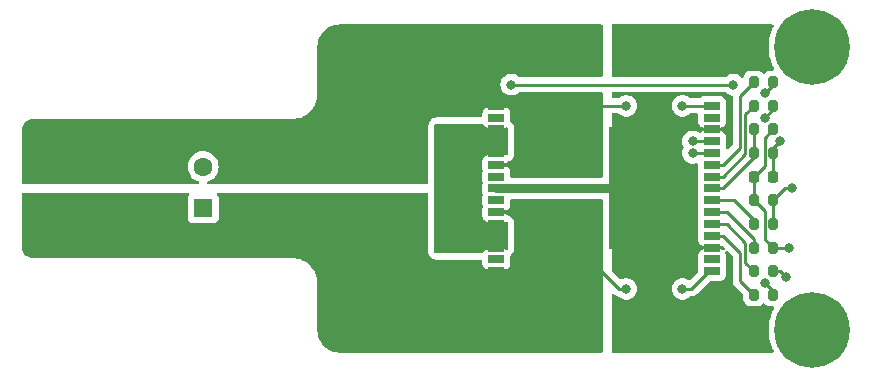
<source format=gtl>
G04 #@! TF.GenerationSoftware,KiCad,Pcbnew,7.0.9*
G04 #@! TF.CreationDate,2023-12-19T12:33:16+08:00*
G04 #@! TF.ProjectId,vnh5019,766e6835-3031-4392-9e6b-696361645f70,rev?*
G04 #@! TF.SameCoordinates,Original*
G04 #@! TF.FileFunction,Copper,L1,Top*
G04 #@! TF.FilePolarity,Positive*
%FSLAX46Y46*%
G04 Gerber Fmt 4.6, Leading zero omitted, Abs format (unit mm)*
G04 Created by KiCad (PCBNEW 7.0.9) date 2023-12-19 12:33:16*
%MOMM*%
%LPD*%
G01*
G04 APERTURE LIST*
G04 Aperture macros list*
%AMRoundRect*
0 Rectangle with rounded corners*
0 $1 Rounding radius*
0 $2 $3 $4 $5 $6 $7 $8 $9 X,Y pos of 4 corners*
0 Add a 4 corners polygon primitive as box body*
4,1,4,$2,$3,$4,$5,$6,$7,$8,$9,$2,$3,0*
0 Add four circle primitives for the rounded corners*
1,1,$1+$1,$2,$3*
1,1,$1+$1,$4,$5*
1,1,$1+$1,$6,$7*
1,1,$1+$1,$8,$9*
0 Add four rect primitives between the rounded corners*
20,1,$1+$1,$2,$3,$4,$5,0*
20,1,$1+$1,$4,$5,$6,$7,0*
20,1,$1+$1,$6,$7,$8,$9,0*
20,1,$1+$1,$8,$9,$2,$3,0*%
G04 Aperture macros list end*
G04 #@! TA.AperFunction,ComponentPad*
%ADD10C,6.400000*%
G04 #@! TD*
G04 #@! TA.AperFunction,SMDPad,CuDef*
%ADD11RoundRect,0.200000X-0.200000X-0.275000X0.200000X-0.275000X0.200000X0.275000X-0.200000X0.275000X0*%
G04 #@! TD*
G04 #@! TA.AperFunction,SMDPad,CuDef*
%ADD12RoundRect,0.200000X0.200000X0.275000X-0.200000X0.275000X-0.200000X-0.275000X0.200000X-0.275000X0*%
G04 #@! TD*
G04 #@! TA.AperFunction,ComponentPad*
%ADD13R,1.600000X1.600000*%
G04 #@! TD*
G04 #@! TA.AperFunction,ComponentPad*
%ADD14C,1.600000*%
G04 #@! TD*
G04 #@! TA.AperFunction,SMDPad,CuDef*
%ADD15R,1.350000X0.660000*%
G04 #@! TD*
G04 #@! TA.AperFunction,SMDPad,CuDef*
%ADD16R,5.250000X10.300000*%
G04 #@! TD*
G04 #@! TA.AperFunction,SMDPad,CuDef*
%ADD17R,5.250000X6.230000*%
G04 #@! TD*
G04 #@! TA.AperFunction,SMDPad,CuDef*
%ADD18RoundRect,0.225000X0.225000X0.250000X-0.225000X0.250000X-0.225000X-0.250000X0.225000X-0.250000X0*%
G04 #@! TD*
G04 #@! TA.AperFunction,ComponentPad*
%ADD19R,3.000000X3.000000*%
G04 #@! TD*
G04 #@! TA.AperFunction,ComponentPad*
%ADD20C,3.000000*%
G04 #@! TD*
G04 #@! TA.AperFunction,ViaPad*
%ADD21C,0.800000*%
G04 #@! TD*
G04 #@! TA.AperFunction,Conductor*
%ADD22C,0.750000*%
G04 #@! TD*
G04 #@! TA.AperFunction,Conductor*
%ADD23C,0.250000*%
G04 #@! TD*
G04 APERTURE END LIST*
D10*
X127000000Y-93000000D03*
D11*
X122050000Y-106000000D03*
X123700000Y-106000000D03*
D10*
X127000000Y-117000000D03*
D12*
X123700000Y-108000000D03*
X122050000Y-108000000D03*
X123700000Y-102000000D03*
X122050000Y-102000000D03*
X123700000Y-98000000D03*
X122050000Y-98000000D03*
D13*
X75418036Y-106652651D03*
D14*
X75418036Y-103152651D03*
D15*
X118500000Y-112000000D03*
X118500000Y-111000000D03*
X118500000Y-110000000D03*
X118500000Y-109000000D03*
X118500000Y-108000000D03*
X118500000Y-107000000D03*
X118500000Y-106000000D03*
X118500000Y-105000000D03*
X118500000Y-104000000D03*
X118500000Y-103000000D03*
X118500000Y-102000000D03*
X118500000Y-101000000D03*
X118500000Y-100000000D03*
X118500000Y-99000000D03*
X118500000Y-98000000D03*
X100250000Y-98000000D03*
X100250000Y-99000000D03*
X100250000Y-100000000D03*
X100250000Y-101000000D03*
X100250000Y-102000000D03*
X100250000Y-103000000D03*
X100250000Y-104000000D03*
X100250000Y-105000000D03*
X100250000Y-106000000D03*
X100250000Y-107000000D03*
X100250000Y-108000000D03*
X100250000Y-109000000D03*
X100250000Y-110000000D03*
X100250000Y-111000000D03*
X100250000Y-112000000D03*
D16*
X112425000Y-105000000D03*
D17*
X106325000Y-100835000D03*
X106325000Y-109165000D03*
D12*
X123700000Y-112000000D03*
X122050000Y-112000000D03*
D18*
X123650000Y-104000000D03*
X122100000Y-104000000D03*
D12*
X123700000Y-100000000D03*
X122050000Y-100000000D03*
X123700000Y-96000000D03*
X122050000Y-96000000D03*
X123700000Y-114000000D03*
X122050000Y-114000000D03*
X123700000Y-110000000D03*
X122050000Y-110000000D03*
D19*
X66918036Y-102500000D03*
D20*
X66918036Y-107500000D03*
D21*
X112500000Y-115250000D03*
X114500000Y-116250000D03*
X116500000Y-93750000D03*
X113500000Y-117250000D03*
X115500000Y-116250000D03*
X116500000Y-91750000D03*
X113500000Y-116250000D03*
X113500000Y-92750000D03*
X114500000Y-93750000D03*
X114500000Y-94750000D03*
X115500000Y-118250000D03*
X115500000Y-117250000D03*
X112500000Y-91750000D03*
X112500000Y-116250000D03*
X115500000Y-93750000D03*
X111500000Y-118250000D03*
X112500000Y-118250000D03*
X111500000Y-94750000D03*
X116500000Y-94750000D03*
X116500000Y-92750000D03*
X112500000Y-94750000D03*
X111500000Y-93750000D03*
X113500000Y-118250000D03*
X111500000Y-115250000D03*
X116500000Y-116250000D03*
X113500000Y-115250000D03*
X114500000Y-92750000D03*
X114500000Y-115250000D03*
X115500000Y-94750000D03*
X115500000Y-92750000D03*
X114500000Y-91750000D03*
X112500000Y-93750000D03*
X113500000Y-91750000D03*
X111500000Y-92750000D03*
X116500000Y-115250000D03*
X113500000Y-94750000D03*
X114500000Y-118250000D03*
X115500000Y-115250000D03*
X111500000Y-117250000D03*
X111500000Y-116250000D03*
X111500000Y-91750000D03*
X112500000Y-117250000D03*
X116500000Y-117250000D03*
X113500000Y-93750000D03*
X112500000Y-92750000D03*
X116500000Y-118250000D03*
X115500000Y-91750000D03*
X114500000Y-117250000D03*
X97500000Y-102000000D03*
X98500000Y-103000000D03*
X98500000Y-100000000D03*
X95500000Y-104000000D03*
X95500000Y-101000000D03*
X95500000Y-103000000D03*
X97500000Y-100000000D03*
X97500000Y-103000000D03*
X98500000Y-102000000D03*
X98500000Y-104000000D03*
X98500000Y-101000000D03*
X96500000Y-104000000D03*
X95500000Y-100000000D03*
X96500000Y-100000000D03*
X125000000Y-110000000D03*
X101500000Y-96200500D03*
X95500000Y-102000000D03*
X97500000Y-104000000D03*
X96500000Y-102000000D03*
X96500000Y-103000000D03*
X96500000Y-101000000D03*
X97500000Y-101000000D03*
X120299500Y-96200500D03*
X124250000Y-101000000D03*
X123000000Y-113000000D03*
X123000000Y-99000000D03*
X124750000Y-112500000D03*
X123000000Y-96925500D03*
X125250000Y-105000000D03*
X86000000Y-107000000D03*
X84000000Y-107000000D03*
X111250000Y-113500000D03*
X116000000Y-113500000D03*
X116875000Y-102000000D03*
X116875000Y-101000000D03*
X116000000Y-98000000D03*
X86000000Y-103000000D03*
X111250000Y-98000000D03*
D22*
X112425000Y-105000000D02*
X100250000Y-105000000D01*
D23*
X122975000Y-100725000D02*
X123700000Y-100000000D01*
X122100000Y-104000000D02*
X122975000Y-103125000D01*
X123700000Y-110000000D02*
X122975000Y-109275000D01*
X123700000Y-110000000D02*
X125000000Y-110000000D01*
X122975000Y-106925000D02*
X122050000Y-106000000D01*
X100250000Y-102000000D02*
X100250000Y-101000000D01*
X122975000Y-109275000D02*
X122975000Y-106925000D01*
X100500000Y-110000000D02*
X100500000Y-109000000D01*
X100500000Y-109000000D02*
X100500000Y-108000000D01*
X100250000Y-101000000D02*
X100250000Y-100000000D01*
X122100000Y-105950000D02*
X122050000Y-106000000D01*
X122100000Y-104000000D02*
X122100000Y-105950000D01*
X101500000Y-96200500D02*
X120299502Y-96200500D01*
X122975000Y-103125000D02*
X122975000Y-100725000D01*
X123650000Y-102050000D02*
X123700000Y-102000000D01*
X124250000Y-101000000D02*
X123700000Y-101550000D01*
X123700000Y-101550000D02*
X123700000Y-102000000D01*
X123650000Y-104000000D02*
X123650000Y-102050000D01*
X123700000Y-113700000D02*
X123700000Y-114000000D01*
X123000000Y-113000000D02*
X123700000Y-113700000D01*
X123700000Y-98000000D02*
X123700000Y-98300000D01*
X124250000Y-112000000D02*
X123700000Y-112000000D01*
X124750000Y-112500000D02*
X124250000Y-112000000D01*
X123700000Y-98300000D02*
X123000000Y-99000000D01*
X123000000Y-96925500D02*
X123700000Y-96225500D01*
X123700000Y-96225500D02*
X123700000Y-96000000D01*
X119425000Y-109000000D02*
X120875000Y-110450000D01*
X120875000Y-110450000D02*
X120875000Y-112825000D01*
X120875000Y-112825000D02*
X122050000Y-114000000D01*
X118500000Y-109000000D02*
X119425000Y-109000000D01*
X124700000Y-105000000D02*
X123700000Y-106000000D01*
X123700000Y-106000000D02*
X123700000Y-108000000D01*
X125250000Y-105000000D02*
X124700000Y-105000000D01*
X120875000Y-101550000D02*
X120875000Y-97175000D01*
X118500000Y-103000000D02*
X119425000Y-103000000D01*
X120875000Y-97175000D02*
X122050000Y-96000000D01*
X119425000Y-103000000D02*
X120875000Y-101550000D01*
X122050000Y-107675000D02*
X120375000Y-106000000D01*
X122050000Y-108000000D02*
X122050000Y-107675000D01*
X120375000Y-106000000D02*
X118500000Y-106000000D01*
X121325000Y-111275000D02*
X121325000Y-109586396D01*
X121325000Y-109586396D02*
X119738604Y-108000000D01*
X122050000Y-112000000D02*
X121325000Y-111275000D01*
X119738604Y-108000000D02*
X118500000Y-108000000D01*
X118500000Y-104000000D02*
X119425000Y-104000000D01*
X121325000Y-102100000D02*
X121325000Y-98725000D01*
X121325000Y-98725000D02*
X122050000Y-98000000D01*
X119425000Y-104000000D02*
X121325000Y-102100000D01*
X122050000Y-109311396D02*
X122050000Y-110000000D01*
X119738604Y-107000000D02*
X122050000Y-109311396D01*
X118500000Y-107000000D02*
X119738604Y-107000000D01*
X122050000Y-102000000D02*
X122050000Y-100000000D01*
X119425000Y-105000000D02*
X122050000Y-102375000D01*
X118500000Y-105000000D02*
X119425000Y-105000000D01*
X122050000Y-102375000D02*
X122050000Y-102000000D01*
X111250000Y-113500000D02*
X110660000Y-113500000D01*
X118250000Y-112000000D02*
X116750000Y-113500000D01*
X110660000Y-113500000D02*
X106325000Y-109165000D01*
X118500000Y-112000000D02*
X118250000Y-112000000D01*
X116750000Y-113500000D02*
X116000000Y-113500000D01*
X118500000Y-102000000D02*
X116875000Y-102000000D01*
X118500000Y-101000000D02*
X116875000Y-101000000D01*
X111250000Y-98000000D02*
X109160000Y-98000000D01*
X109160000Y-98000000D02*
X106325000Y-100835000D01*
X116000000Y-98000000D02*
X118500000Y-98000000D01*
G04 #@! TA.AperFunction,Conductor*
G36*
X109192121Y-91120502D02*
G01*
X109238614Y-91174158D01*
X109250000Y-91226500D01*
X109250000Y-95441000D01*
X109229998Y-95509121D01*
X109176342Y-95555614D01*
X109124000Y-95567000D01*
X102208200Y-95567000D01*
X102140079Y-95546998D01*
X102114563Y-95525310D01*
X102111252Y-95521633D01*
X101956752Y-95409382D01*
X101782288Y-95331706D01*
X101595487Y-95292000D01*
X101404513Y-95292000D01*
X101217711Y-95331706D01*
X101043247Y-95409382D01*
X100888744Y-95521635D01*
X100760965Y-95663548D01*
X100760958Y-95663558D01*
X100665476Y-95828938D01*
X100665473Y-95828945D01*
X100606457Y-96010572D01*
X100586496Y-96200500D01*
X100606457Y-96390427D01*
X100636526Y-96482970D01*
X100665473Y-96572056D01*
X100665476Y-96572061D01*
X100760958Y-96737441D01*
X100760965Y-96737451D01*
X100888744Y-96879364D01*
X100888747Y-96879366D01*
X101043248Y-96991618D01*
X101217712Y-97069294D01*
X101404513Y-97109000D01*
X101595487Y-97109000D01*
X101782288Y-97069294D01*
X101956752Y-96991618D01*
X102111253Y-96879366D01*
X102114563Y-96875690D01*
X102175009Y-96838450D01*
X102208200Y-96834000D01*
X109124000Y-96834000D01*
X109192121Y-96854002D01*
X109238614Y-96907658D01*
X109250000Y-96960000D01*
X109250000Y-103990500D01*
X109229998Y-104058621D01*
X109176342Y-104105114D01*
X109124000Y-104116500D01*
X101559500Y-104116500D01*
X101491379Y-104096498D01*
X101444886Y-104042842D01*
X101433500Y-103990500D01*
X101433500Y-103621367D01*
X101433499Y-103621350D01*
X101426990Y-103560803D01*
X101426988Y-103560795D01*
X101391230Y-103464926D01*
X101375889Y-103423796D01*
X101375888Y-103423794D01*
X101375887Y-103423792D01*
X101288261Y-103306738D01*
X101171207Y-103219112D01*
X101171202Y-103219110D01*
X101034204Y-103168011D01*
X101034196Y-103168009D01*
X100973649Y-103161500D01*
X100973638Y-103161500D01*
X99706000Y-103161500D01*
X99637879Y-103141498D01*
X99591386Y-103087842D01*
X99580000Y-103035500D01*
X99580000Y-102964500D01*
X99600002Y-102896379D01*
X99653658Y-102849886D01*
X99706000Y-102838500D01*
X100973632Y-102838500D01*
X100973638Y-102838500D01*
X100973645Y-102838499D01*
X100973649Y-102838499D01*
X101034196Y-102831990D01*
X101034199Y-102831989D01*
X101034201Y-102831989D01*
X101171204Y-102780889D01*
X101288261Y-102693261D01*
X101288260Y-102693261D01*
X101295476Y-102687860D01*
X101296448Y-102689159D01*
X101340002Y-102663314D01*
X101389657Y-102648735D01*
X101512612Y-102569717D01*
X101565011Y-102524313D01*
X101566101Y-102523418D01*
X101589944Y-102495901D01*
X101661982Y-102412764D01*
X101722698Y-102279815D01*
X101742700Y-102211694D01*
X101763500Y-102067025D01*
X101763500Y-99919220D01*
X101762028Y-99891752D01*
X101757677Y-99851292D01*
X101748883Y-99797027D01*
X101697803Y-99660086D01*
X101663777Y-99597775D01*
X101576194Y-99480779D01*
X101541258Y-99454626D01*
X101483991Y-99411756D01*
X101441444Y-99354920D01*
X101433500Y-99310888D01*
X101433500Y-98621367D01*
X101433499Y-98621350D01*
X101426990Y-98560803D01*
X101426988Y-98560795D01*
X101375889Y-98423797D01*
X101375887Y-98423792D01*
X101288261Y-98306738D01*
X101171207Y-98219112D01*
X101171202Y-98219110D01*
X101034204Y-98168011D01*
X101034196Y-98168009D01*
X100973649Y-98161500D01*
X100973638Y-98161500D01*
X99526362Y-98161500D01*
X99526350Y-98161500D01*
X99465803Y-98168009D01*
X99465795Y-98168011D01*
X99328797Y-98219110D01*
X99328792Y-98219112D01*
X99211738Y-98306738D01*
X99124112Y-98423792D01*
X99124110Y-98423797D01*
X99073011Y-98560795D01*
X99073009Y-98560803D01*
X99066500Y-98621350D01*
X99066500Y-98860500D01*
X99046498Y-98928621D01*
X98992842Y-98975114D01*
X98940500Y-98986500D01*
X95125990Y-98986500D01*
X95037267Y-98996039D01*
X95016851Y-98998234D01*
X95016848Y-98998234D01*
X95016844Y-98998235D01*
X95016840Y-98998235D01*
X94964519Y-99009617D01*
X94964498Y-99009623D01*
X94860345Y-99044288D01*
X94737385Y-99123310D01*
X94685019Y-99168685D01*
X94683904Y-99169599D01*
X94588019Y-99280258D01*
X94588017Y-99280261D01*
X94527301Y-99413210D01*
X94507302Y-99481322D01*
X94507300Y-99481329D01*
X94498980Y-99539198D01*
X94489685Y-99603852D01*
X94486500Y-99626003D01*
X94486500Y-104524000D01*
X94466498Y-104592121D01*
X94412842Y-104638614D01*
X94360500Y-104650000D01*
X75842573Y-104650000D01*
X75774452Y-104629998D01*
X75727959Y-104576342D01*
X75717855Y-104506068D01*
X75747349Y-104441488D01*
X75807075Y-104403104D01*
X75809950Y-104402296D01*
X75867279Y-104386935D01*
X76074785Y-104290174D01*
X76262336Y-104158849D01*
X76424234Y-103996951D01*
X76555559Y-103809400D01*
X76652320Y-103601894D01*
X76711579Y-103380738D01*
X76731534Y-103152651D01*
X76711579Y-102924564D01*
X76652320Y-102703408D01*
X76555559Y-102495902D01*
X76424234Y-102308351D01*
X76262336Y-102146453D01*
X76164065Y-102077643D01*
X76074785Y-102015128D01*
X75867282Y-101918368D01*
X75867276Y-101918366D01*
X75773807Y-101893321D01*
X75646123Y-101859108D01*
X75418036Y-101839153D01*
X75189949Y-101859108D01*
X74968795Y-101918366D01*
X74968789Y-101918368D01*
X74761286Y-102015128D01*
X74573739Y-102146450D01*
X74573733Y-102146455D01*
X74411840Y-102308348D01*
X74411835Y-102308354D01*
X74280513Y-102495901D01*
X74183753Y-102703404D01*
X74183751Y-102703410D01*
X74149298Y-102831990D01*
X74124493Y-102924564D01*
X74104538Y-103152651D01*
X74124493Y-103380738D01*
X74136031Y-103423797D01*
X74183751Y-103601891D01*
X74183753Y-103601897D01*
X74280513Y-103809400D01*
X74395337Y-103973386D01*
X74411838Y-103996951D01*
X74573736Y-104158849D01*
X74761287Y-104290174D01*
X74968793Y-104386935D01*
X75026110Y-104402293D01*
X75086733Y-104439245D01*
X75117754Y-104503106D01*
X75109326Y-104573600D01*
X75064123Y-104628347D01*
X74996497Y-104649964D01*
X74993499Y-104650000D01*
X60226500Y-104650000D01*
X60158379Y-104629998D01*
X60111886Y-104576342D01*
X60100500Y-104524000D01*
X60100500Y-100003094D01*
X60100804Y-99996915D01*
X60110850Y-99894915D01*
X60116567Y-99836863D01*
X60121383Y-99812648D01*
X60165371Y-99667639D01*
X60174813Y-99644843D01*
X60246248Y-99511199D01*
X60259960Y-99490678D01*
X60356090Y-99373542D01*
X60373542Y-99356090D01*
X60490678Y-99259960D01*
X60511199Y-99246248D01*
X60644843Y-99174813D01*
X60667639Y-99165371D01*
X60812648Y-99121383D01*
X60836863Y-99116567D01*
X60954484Y-99104982D01*
X60996915Y-99100804D01*
X61003094Y-99100500D01*
X83137667Y-99100500D01*
X83137674Y-99100500D01*
X83384391Y-99068019D01*
X83410659Y-99064561D01*
X83410659Y-99064560D01*
X83410666Y-99064560D01*
X83676632Y-98993295D01*
X83931021Y-98887923D01*
X84169479Y-98750249D01*
X84387928Y-98582628D01*
X84582628Y-98387928D01*
X84750249Y-98169479D01*
X84887923Y-97931021D01*
X84993295Y-97676632D01*
X85064560Y-97410666D01*
X85100500Y-97137674D01*
X85100500Y-97000000D01*
X85100500Y-96898024D01*
X85100500Y-93002059D01*
X85100635Y-92997938D01*
X85116479Y-92756193D01*
X85117553Y-92748027D01*
X85164419Y-92512417D01*
X85166548Y-92504472D01*
X85243766Y-92276994D01*
X85246912Y-92269399D01*
X85353168Y-92053934D01*
X85357270Y-92046829D01*
X85490736Y-91847083D01*
X85495748Y-91840553D01*
X85654134Y-91659948D01*
X85659948Y-91654134D01*
X85840553Y-91495747D01*
X85847083Y-91490736D01*
X86046829Y-91357270D01*
X86053934Y-91353168D01*
X86269399Y-91246912D01*
X86276994Y-91243766D01*
X86504472Y-91166548D01*
X86512417Y-91164419D01*
X86748027Y-91117553D01*
X86756186Y-91116479D01*
X86997942Y-91100634D01*
X87002059Y-91100500D01*
X87101976Y-91100500D01*
X109124000Y-91100500D01*
X109192121Y-91120502D01*
G37*
G04 #@! TD.AperFunction*
G04 #@! TA.AperFunction,Conductor*
G36*
X74175526Y-105370002D02*
G01*
X74222019Y-105423658D01*
X74232123Y-105493932D01*
X74208273Y-105551508D01*
X74195270Y-105568879D01*
X74167146Y-105606447D01*
X74167146Y-105606448D01*
X74116047Y-105743446D01*
X74116045Y-105743454D01*
X74109536Y-105804001D01*
X74109536Y-107501300D01*
X74116045Y-107561847D01*
X74116047Y-107561855D01*
X74167146Y-107698853D01*
X74167148Y-107698858D01*
X74254774Y-107815912D01*
X74371828Y-107903538D01*
X74371830Y-107903539D01*
X74371832Y-107903540D01*
X74430911Y-107925575D01*
X74508831Y-107954639D01*
X74508839Y-107954641D01*
X74569386Y-107961150D01*
X74569391Y-107961150D01*
X74569398Y-107961151D01*
X74569404Y-107961151D01*
X76266668Y-107961151D01*
X76266674Y-107961151D01*
X76266681Y-107961150D01*
X76266685Y-107961150D01*
X76327232Y-107954641D01*
X76327235Y-107954640D01*
X76327237Y-107954640D01*
X76464240Y-107903540D01*
X76581297Y-107815912D01*
X76668925Y-107698855D01*
X76720025Y-107561852D01*
X76726536Y-107501289D01*
X76726536Y-105804013D01*
X76726114Y-105800084D01*
X76720026Y-105743454D01*
X76720024Y-105743446D01*
X76688829Y-105659812D01*
X76668925Y-105606447D01*
X76627798Y-105551508D01*
X76602988Y-105484990D01*
X76618079Y-105415615D01*
X76668281Y-105365413D01*
X76728667Y-105350000D01*
X94360500Y-105350000D01*
X94428621Y-105370002D01*
X94475114Y-105423658D01*
X94486500Y-105476000D01*
X94486500Y-110374009D01*
X94498235Y-110483155D01*
X94498235Y-110483159D01*
X94509617Y-110535480D01*
X94509623Y-110535501D01*
X94544288Y-110639654D01*
X94544290Y-110639657D01*
X94623308Y-110762612D01*
X94623311Y-110762615D01*
X94623315Y-110762621D01*
X94668685Y-110814981D01*
X94669601Y-110816097D01*
X94780258Y-110911980D01*
X94780261Y-110911982D01*
X94913210Y-110972698D01*
X94981331Y-110992700D01*
X95126000Y-111013500D01*
X95126004Y-111013500D01*
X98940500Y-111013500D01*
X99008621Y-111033502D01*
X99055114Y-111087158D01*
X99066500Y-111139500D01*
X99066500Y-111378649D01*
X99073009Y-111439196D01*
X99073011Y-111439204D01*
X99124110Y-111576202D01*
X99124112Y-111576207D01*
X99211738Y-111693261D01*
X99328792Y-111780887D01*
X99328794Y-111780888D01*
X99328796Y-111780889D01*
X99380265Y-111800086D01*
X99465795Y-111831988D01*
X99465803Y-111831990D01*
X99526350Y-111838499D01*
X99526355Y-111838499D01*
X99526362Y-111838500D01*
X99526368Y-111838500D01*
X100973632Y-111838500D01*
X100973638Y-111838500D01*
X100973645Y-111838499D01*
X100973649Y-111838499D01*
X101034196Y-111831990D01*
X101034199Y-111831989D01*
X101034201Y-111831989D01*
X101171204Y-111780889D01*
X101217597Y-111746160D01*
X101288261Y-111693261D01*
X101375887Y-111576207D01*
X101375887Y-111576206D01*
X101375889Y-111576204D01*
X101426989Y-111439201D01*
X101429122Y-111419368D01*
X101433499Y-111378649D01*
X101433500Y-111378632D01*
X101433500Y-110689360D01*
X101453502Y-110621239D01*
X101491383Y-110583360D01*
X101512608Y-110569720D01*
X101512609Y-110569718D01*
X101512612Y-110569717D01*
X101565011Y-110524313D01*
X101566101Y-110523418D01*
X101661980Y-110412766D01*
X101661982Y-110412764D01*
X101722698Y-110279815D01*
X101742700Y-110211694D01*
X101763500Y-110067025D01*
X101763500Y-107919220D01*
X101762028Y-107891752D01*
X101757677Y-107851292D01*
X101748883Y-107797027D01*
X101697803Y-107660086D01*
X101663777Y-107597775D01*
X101576194Y-107480779D01*
X101576193Y-107480778D01*
X101459192Y-107393191D01*
X101396877Y-107359164D01*
X101332941Y-107335317D01*
X101295930Y-107311530D01*
X101295475Y-107312139D01*
X101171207Y-107219112D01*
X101171202Y-107219110D01*
X101034204Y-107168011D01*
X101034196Y-107168009D01*
X100973649Y-107161500D01*
X100973638Y-107161500D01*
X99706000Y-107161500D01*
X99637879Y-107141498D01*
X99591386Y-107087842D01*
X99580000Y-107035500D01*
X99580000Y-106964500D01*
X99600002Y-106896379D01*
X99653658Y-106849886D01*
X99706000Y-106838500D01*
X100973632Y-106838500D01*
X100973638Y-106838500D01*
X100973645Y-106838499D01*
X100973649Y-106838499D01*
X101034196Y-106831990D01*
X101034199Y-106831989D01*
X101034201Y-106831989D01*
X101171204Y-106780889D01*
X101288261Y-106693261D01*
X101375889Y-106576204D01*
X101426989Y-106439201D01*
X101429122Y-106419368D01*
X101433499Y-106378649D01*
X101433500Y-106378632D01*
X101433500Y-106009500D01*
X101453502Y-105941379D01*
X101507158Y-105894886D01*
X101559500Y-105883500D01*
X109124000Y-105883500D01*
X109192121Y-105903502D01*
X109238614Y-105957158D01*
X109250000Y-106009500D01*
X109250000Y-118773500D01*
X109229998Y-118841621D01*
X109176342Y-118888114D01*
X109124000Y-118899500D01*
X87002059Y-118899500D01*
X86997942Y-118899365D01*
X86942286Y-118895717D01*
X86756192Y-118883520D01*
X86748013Y-118882444D01*
X86512423Y-118835581D01*
X86504458Y-118833447D01*
X86277007Y-118756237D01*
X86269386Y-118753081D01*
X86053946Y-118646837D01*
X86046818Y-118642722D01*
X85847093Y-118509270D01*
X85840553Y-118504251D01*
X85659958Y-118345874D01*
X85654125Y-118340041D01*
X85620148Y-118301298D01*
X85608444Y-118287952D01*
X85495748Y-118159446D01*
X85490731Y-118152909D01*
X85357274Y-117953176D01*
X85353164Y-117946058D01*
X85246914Y-117730605D01*
X85243764Y-117723000D01*
X85166549Y-117495531D01*
X85164418Y-117487576D01*
X85117553Y-117251974D01*
X85116479Y-117243806D01*
X85100635Y-117002061D01*
X85100500Y-116997940D01*
X85100500Y-112862333D01*
X85100500Y-112862326D01*
X85064560Y-112589334D01*
X84993295Y-112323368D01*
X84887923Y-112068979D01*
X84887922Y-112068977D01*
X84887916Y-112068966D01*
X84750251Y-111830524D01*
X84726895Y-111800086D01*
X84582628Y-111612072D01*
X84582627Y-111612071D01*
X84582618Y-111612061D01*
X84387938Y-111417381D01*
X84387928Y-111417372D01*
X84169475Y-111249748D01*
X83931033Y-111112083D01*
X83931022Y-111112077D01*
X83693036Y-111013500D01*
X83676632Y-111006705D01*
X83410666Y-110935440D01*
X83410659Y-110935438D01*
X83137676Y-110899500D01*
X83137674Y-110899500D01*
X83105085Y-110899500D01*
X61003094Y-110899500D01*
X60996915Y-110899196D01*
X60836867Y-110883432D01*
X60812643Y-110878614D01*
X60667650Y-110834632D01*
X60644835Y-110825182D01*
X60511207Y-110753755D01*
X60490673Y-110740035D01*
X60456531Y-110712015D01*
X60373548Y-110643914D01*
X60356083Y-110626449D01*
X60351908Y-110621362D01*
X60259963Y-110509325D01*
X60246245Y-110488795D01*
X60174815Y-110355159D01*
X60165370Y-110332356D01*
X60121384Y-110187353D01*
X60116567Y-110163131D01*
X60100804Y-110003084D01*
X60100500Y-109996905D01*
X60100500Y-105476000D01*
X60120502Y-105407879D01*
X60174158Y-105361386D01*
X60226500Y-105350000D01*
X74107405Y-105350000D01*
X74175526Y-105370002D01*
G37*
G04 #@! TD.AperFunction*
G04 #@! TA.AperFunction,Conductor*
G36*
X99124110Y-107576202D02*
G01*
X99124112Y-107576207D01*
X99211738Y-107693261D01*
X99328792Y-107780887D01*
X99328794Y-107780888D01*
X99328796Y-107780889D01*
X99387875Y-107802924D01*
X99465795Y-107831988D01*
X99465803Y-107831990D01*
X99526350Y-107838499D01*
X99526355Y-107838499D01*
X99526362Y-107838500D01*
X99526368Y-107838500D01*
X100973632Y-107838500D01*
X100973638Y-107838500D01*
X100973645Y-107838499D01*
X100973649Y-107838499D01*
X101034196Y-107831990D01*
X101034201Y-107831989D01*
X101034204Y-107831988D01*
X101079967Y-107814918D01*
X101150782Y-107809853D01*
X101213094Y-107843878D01*
X101247120Y-107906189D01*
X101250000Y-107932974D01*
X101250000Y-110067025D01*
X101229998Y-110135146D01*
X101176342Y-110181639D01*
X101106068Y-110191743D01*
X101079968Y-110185081D01*
X101034200Y-110168010D01*
X101034196Y-110168009D01*
X100973649Y-110161500D01*
X100973638Y-110161500D01*
X99526362Y-110161500D01*
X99526350Y-110161500D01*
X99465803Y-110168009D01*
X99465795Y-110168011D01*
X99328797Y-110219110D01*
X99328792Y-110219112D01*
X99211738Y-110306738D01*
X99124112Y-110423792D01*
X99119795Y-110431701D01*
X99117123Y-110430242D01*
X99083700Y-110474878D01*
X99017177Y-110499680D01*
X99008205Y-110500000D01*
X95126000Y-110500000D01*
X95057879Y-110479998D01*
X95011386Y-110426342D01*
X95000000Y-110374000D01*
X95000000Y-107500000D01*
X99095687Y-107500000D01*
X99124110Y-107576202D01*
G37*
G04 #@! TD.AperFunction*
G04 #@! TA.AperFunction,Conductor*
G36*
X119659421Y-96854002D02*
G01*
X119684937Y-96875690D01*
X119688247Y-96879366D01*
X119842748Y-96991618D01*
X120017212Y-97069294D01*
X120141697Y-97095754D01*
X120204170Y-97129482D01*
X120238492Y-97191632D01*
X120241500Y-97219001D01*
X120241500Y-101235405D01*
X120221498Y-101303526D01*
X120204599Y-101324495D01*
X120029095Y-101500000D01*
X119891489Y-101637606D01*
X119829177Y-101671631D01*
X119758361Y-101666566D01*
X119701526Y-101624019D01*
X119679598Y-101568284D01*
X119678803Y-101568472D01*
X119677495Y-101562941D01*
X119677115Y-101561973D01*
X119676989Y-101560799D01*
X119670736Y-101544037D01*
X119665668Y-101473224D01*
X119670735Y-101455967D01*
X119676989Y-101439201D01*
X119683500Y-101378638D01*
X119683500Y-100621362D01*
X119683499Y-100621350D01*
X119676990Y-100560803D01*
X119676988Y-100560795D01*
X119625889Y-100423797D01*
X119625887Y-100423792D01*
X119538261Y-100306738D01*
X119421207Y-100219112D01*
X119421202Y-100219110D01*
X119284204Y-100168011D01*
X119284196Y-100168009D01*
X119223649Y-100161500D01*
X119223638Y-100161500D01*
X117776362Y-100161500D01*
X117776350Y-100161500D01*
X117715803Y-100168009D01*
X117715795Y-100168011D01*
X117578797Y-100219110D01*
X117538443Y-100249318D01*
X117471922Y-100274127D01*
X117402548Y-100259034D01*
X117388875Y-100250384D01*
X117331756Y-100208884D01*
X117233498Y-100165137D01*
X117157288Y-100131206D01*
X116970487Y-100091500D01*
X116779513Y-100091500D01*
X116592711Y-100131206D01*
X116418247Y-100208882D01*
X116263744Y-100321135D01*
X116135965Y-100463048D01*
X116135958Y-100463058D01*
X116040476Y-100628438D01*
X116040473Y-100628445D01*
X115981457Y-100810072D01*
X115961496Y-101000000D01*
X115981457Y-101189927D01*
X115996234Y-101235405D01*
X116040473Y-101371556D01*
X116040474Y-101371559D01*
X116078257Y-101437001D01*
X116094994Y-101505997D01*
X116078257Y-101562999D01*
X116040474Y-101628440D01*
X116040473Y-101628445D01*
X115981457Y-101810072D01*
X115961496Y-102000000D01*
X115981457Y-102189927D01*
X116011526Y-102282470D01*
X116040473Y-102371556D01*
X116040476Y-102371561D01*
X116135958Y-102536941D01*
X116135965Y-102536951D01*
X116263744Y-102678864D01*
X116263747Y-102678866D01*
X116418248Y-102791118D01*
X116592712Y-102868794D01*
X116779513Y-102908500D01*
X116970487Y-102908500D01*
X117132758Y-102874008D01*
X117157288Y-102868794D01*
X117157288Y-102868793D01*
X117163747Y-102867421D01*
X117164359Y-102870301D01*
X117222463Y-102868609D01*
X117283282Y-102905237D01*
X117314643Y-102968932D01*
X117316500Y-102990487D01*
X117316500Y-103378649D01*
X117323009Y-103439195D01*
X117323011Y-103439200D01*
X117329266Y-103455973D01*
X117334327Y-103526789D01*
X117329266Y-103544027D01*
X117323011Y-103560799D01*
X117323009Y-103560804D01*
X117316500Y-103621350D01*
X117316500Y-104378649D01*
X117323009Y-104439195D01*
X117323011Y-104439200D01*
X117329266Y-104455973D01*
X117334327Y-104526789D01*
X117329266Y-104544027D01*
X117323011Y-104560799D01*
X117323009Y-104560804D01*
X117316500Y-104621350D01*
X117316500Y-105378649D01*
X117323009Y-105439195D01*
X117323011Y-105439200D01*
X117329266Y-105455973D01*
X117334327Y-105526789D01*
X117329266Y-105544027D01*
X117323011Y-105560799D01*
X117323009Y-105560804D01*
X117316500Y-105621350D01*
X117316500Y-106378649D01*
X117323009Y-106439195D01*
X117323011Y-106439200D01*
X117329266Y-106455973D01*
X117334327Y-106526789D01*
X117329266Y-106544027D01*
X117323011Y-106560799D01*
X117323009Y-106560804D01*
X117316500Y-106621350D01*
X117316500Y-107378649D01*
X117323009Y-107439195D01*
X117323011Y-107439200D01*
X117329266Y-107455973D01*
X117334327Y-107526789D01*
X117329266Y-107544027D01*
X117323011Y-107560799D01*
X117323009Y-107560804D01*
X117316500Y-107621350D01*
X117316500Y-108378649D01*
X117323009Y-108439195D01*
X117323011Y-108439200D01*
X117329266Y-108455973D01*
X117334327Y-108526789D01*
X117329266Y-108544027D01*
X117323011Y-108560799D01*
X117323009Y-108560804D01*
X117316500Y-108621350D01*
X117316500Y-109378649D01*
X117323009Y-109439196D01*
X117323011Y-109439204D01*
X117374110Y-109576202D01*
X117374112Y-109576207D01*
X117461738Y-109693261D01*
X117578792Y-109780887D01*
X117578794Y-109780888D01*
X117578796Y-109780889D01*
X117637875Y-109802924D01*
X117715795Y-109831988D01*
X117715803Y-109831990D01*
X117776350Y-109838499D01*
X117776355Y-109838499D01*
X117776362Y-109838500D01*
X117776368Y-109838500D01*
X119223632Y-109838500D01*
X119223638Y-109838500D01*
X119284201Y-109831989D01*
X119284203Y-109831988D01*
X119292037Y-109831146D01*
X119292368Y-109834231D01*
X119348847Y-109837234D01*
X119396076Y-109866980D01*
X119533159Y-110004063D01*
X119567185Y-110066375D01*
X119562120Y-110137190D01*
X119519573Y-110194026D01*
X119453053Y-110218837D01*
X119400031Y-110211214D01*
X119284201Y-110168011D01*
X119284199Y-110168010D01*
X119284197Y-110168010D01*
X119284196Y-110168009D01*
X119223649Y-110161500D01*
X119223638Y-110161500D01*
X117776362Y-110161500D01*
X117776350Y-110161500D01*
X117715803Y-110168009D01*
X117715795Y-110168011D01*
X117578797Y-110219110D01*
X117578792Y-110219112D01*
X117461738Y-110306738D01*
X117374112Y-110423792D01*
X117374110Y-110423797D01*
X117323011Y-110560795D01*
X117323009Y-110560803D01*
X117316500Y-110621350D01*
X117316500Y-111378649D01*
X117323009Y-111439195D01*
X117323011Y-111439200D01*
X117329266Y-111455973D01*
X117334327Y-111526789D01*
X117329266Y-111544027D01*
X117323011Y-111560799D01*
X117323009Y-111560804D01*
X117316500Y-111621350D01*
X117316500Y-111985403D01*
X117296498Y-112053524D01*
X117279595Y-112074499D01*
X116642000Y-112712093D01*
X116579688Y-112746118D01*
X116508872Y-112741053D01*
X116478844Y-112724933D01*
X116456752Y-112708882D01*
X116282288Y-112631206D01*
X116095487Y-112591500D01*
X115904513Y-112591500D01*
X115717711Y-112631206D01*
X115543247Y-112708882D01*
X115388744Y-112821135D01*
X115260965Y-112963048D01*
X115260958Y-112963058D01*
X115165476Y-113128438D01*
X115165473Y-113128445D01*
X115106457Y-113310072D01*
X115086496Y-113500000D01*
X115106457Y-113689927D01*
X115114506Y-113714698D01*
X115165473Y-113871556D01*
X115193841Y-113920691D01*
X115260958Y-114036941D01*
X115260965Y-114036951D01*
X115388744Y-114178864D01*
X115388747Y-114178866D01*
X115543248Y-114291118D01*
X115717712Y-114368794D01*
X115904513Y-114408500D01*
X116095487Y-114408500D01*
X116282288Y-114368794D01*
X116456752Y-114291118D01*
X116611253Y-114178866D01*
X116612991Y-114176934D01*
X116614280Y-114176140D01*
X116616163Y-114174446D01*
X116616472Y-114174789D01*
X116673432Y-114139691D01*
X116702670Y-114135300D01*
X116757382Y-114133580D01*
X116759959Y-114133500D01*
X116789851Y-114133500D01*
X116789856Y-114133500D01*
X116796818Y-114132619D01*
X116802719Y-114132154D01*
X116849889Y-114130673D01*
X116869347Y-114125019D01*
X116888694Y-114121013D01*
X116908797Y-114118474D01*
X116952679Y-114101099D01*
X116958274Y-114099183D01*
X116986816Y-114090891D01*
X117003591Y-114086019D01*
X117003595Y-114086017D01*
X117021026Y-114075708D01*
X117038780Y-114067009D01*
X117057617Y-114059552D01*
X117095786Y-114031818D01*
X117100744Y-114028562D01*
X117141362Y-114004542D01*
X117155685Y-113990218D01*
X117170724Y-113977374D01*
X117187107Y-113965472D01*
X117217193Y-113929103D01*
X117221161Y-113924741D01*
X118270501Y-112875402D01*
X118332811Y-112841379D01*
X118359594Y-112838500D01*
X119223632Y-112838500D01*
X119223638Y-112838500D01*
X119223645Y-112838499D01*
X119223649Y-112838499D01*
X119284196Y-112831990D01*
X119284199Y-112831989D01*
X119284201Y-112831989D01*
X119421204Y-112780889D01*
X119442554Y-112764907D01*
X119538261Y-112693261D01*
X119625887Y-112576207D01*
X119625887Y-112576206D01*
X119625889Y-112576204D01*
X119676989Y-112439201D01*
X119682365Y-112389201D01*
X119683499Y-112378649D01*
X119683500Y-112378632D01*
X119683500Y-111621367D01*
X119683499Y-111621350D01*
X119678139Y-111571498D01*
X119676989Y-111560799D01*
X119670736Y-111544037D01*
X119665668Y-111473224D01*
X119670735Y-111455967D01*
X119676989Y-111439201D01*
X119683500Y-111378638D01*
X119683500Y-110621362D01*
X119682347Y-110610636D01*
X119676990Y-110560803D01*
X119676988Y-110560795D01*
X119633786Y-110444968D01*
X119628720Y-110374152D01*
X119662745Y-110311840D01*
X119725057Y-110277815D01*
X119795873Y-110282879D01*
X119840936Y-110311840D01*
X120204595Y-110675499D01*
X120238621Y-110737811D01*
X120241500Y-110764594D01*
X120241500Y-112741146D01*
X120239751Y-112756988D01*
X120240044Y-112757016D01*
X120239298Y-112764907D01*
X120239298Y-112764909D01*
X120241407Y-112831988D01*
X120241500Y-112834957D01*
X120241500Y-112864851D01*
X120241501Y-112864872D01*
X120242378Y-112871820D01*
X120242844Y-112877732D01*
X120244326Y-112924888D01*
X120244327Y-112924893D01*
X120249977Y-112944339D01*
X120253986Y-112963697D01*
X120256525Y-112983793D01*
X120256526Y-112983799D01*
X120273893Y-113027662D01*
X120275816Y-113033279D01*
X120288982Y-113078593D01*
X120299294Y-113096031D01*
X120307988Y-113113779D01*
X120315444Y-113132609D01*
X120315450Y-113132620D01*
X120343177Y-113170783D01*
X120346437Y-113175746D01*
X120370460Y-113216365D01*
X120384779Y-113230684D01*
X120397617Y-113245714D01*
X120409526Y-113262104D01*
X120409530Y-113262109D01*
X120445880Y-113292180D01*
X120450273Y-113296177D01*
X121104596Y-113950501D01*
X121138621Y-114012813D01*
X121141500Y-114039596D01*
X121141500Y-114332261D01*
X121147986Y-114403646D01*
X121147986Y-114403647D01*
X121199170Y-114567906D01*
X121199172Y-114567911D01*
X121288184Y-114715155D01*
X121288188Y-114715160D01*
X121409839Y-114836811D01*
X121409844Y-114836815D01*
X121409845Y-114836816D01*
X121557087Y-114925827D01*
X121721351Y-114977013D01*
X121792735Y-114983500D01*
X122307264Y-114983499D01*
X122378649Y-114977013D01*
X122542913Y-114925827D01*
X122690155Y-114836816D01*
X122690160Y-114836811D01*
X122785905Y-114741067D01*
X122848217Y-114707041D01*
X122919032Y-114712106D01*
X122964095Y-114741067D01*
X123059839Y-114836811D01*
X123059844Y-114836815D01*
X123059845Y-114836816D01*
X123207087Y-114925827D01*
X123371351Y-114977013D01*
X123442735Y-114983500D01*
X123659698Y-114983499D01*
X123727818Y-115003501D01*
X123774311Y-115057156D01*
X123784416Y-115127430D01*
X123771965Y-115166702D01*
X123607467Y-115489548D01*
X123607463Y-115489556D01*
X123468168Y-115852431D01*
X123367561Y-116227902D01*
X123306752Y-116611832D01*
X123286411Y-116999993D01*
X123286411Y-117000006D01*
X123306752Y-117388167D01*
X123367561Y-117772097D01*
X123468168Y-118147568D01*
X123607463Y-118510443D01*
X123607467Y-118510451D01*
X123712351Y-118716297D01*
X123725455Y-118786074D01*
X123698755Y-118851859D01*
X123640727Y-118892765D01*
X123600084Y-118899500D01*
X110126000Y-118899500D01*
X110057879Y-118879498D01*
X110011386Y-118825842D01*
X110000000Y-118773500D01*
X110000000Y-114040423D01*
X110020002Y-113972302D01*
X110073658Y-113925809D01*
X110143932Y-113915705D01*
X110208512Y-113945199D01*
X110212224Y-113948546D01*
X110218075Y-113954041D01*
X110219082Y-113954987D01*
X110240223Y-113976129D01*
X110240227Y-113976132D01*
X110240230Y-113976135D01*
X110245782Y-113980442D01*
X110250269Y-113984273D01*
X110271852Y-114004541D01*
X110284677Y-114016585D01*
X110284679Y-114016586D01*
X110302428Y-114026343D01*
X110318953Y-114037198D01*
X110334959Y-114049614D01*
X110375149Y-114067005D01*
X110378262Y-114068352D01*
X110383583Y-114070958D01*
X110424940Y-114093695D01*
X110424948Y-114093697D01*
X110444558Y-114098732D01*
X110463267Y-114105137D01*
X110481855Y-114113181D01*
X110528457Y-114120561D01*
X110534262Y-114121763D01*
X110546956Y-114125023D01*
X110566447Y-114130028D01*
X110627452Y-114166344D01*
X110628744Y-114167757D01*
X110638747Y-114178866D01*
X110793248Y-114291118D01*
X110967712Y-114368794D01*
X111154513Y-114408500D01*
X111345487Y-114408500D01*
X111532288Y-114368794D01*
X111706752Y-114291118D01*
X111861253Y-114178866D01*
X111862991Y-114176936D01*
X111989034Y-114036951D01*
X111989035Y-114036949D01*
X111989040Y-114036944D01*
X112084527Y-113871556D01*
X112143542Y-113689928D01*
X112163504Y-113500000D01*
X112143542Y-113310072D01*
X112084527Y-113128444D01*
X111989040Y-112963056D01*
X111989038Y-112963054D01*
X111989034Y-112963048D01*
X111861255Y-112821135D01*
X111706752Y-112708882D01*
X111532288Y-112631206D01*
X111345487Y-112591500D01*
X111154513Y-112591500D01*
X110967711Y-112631206D01*
X110852665Y-112682428D01*
X110782298Y-112691862D01*
X110718001Y-112661755D01*
X110712320Y-112656416D01*
X110036904Y-111980999D01*
X110002879Y-111918687D01*
X110000000Y-111891904D01*
X110000000Y-98759500D01*
X110020002Y-98691379D01*
X110073658Y-98644886D01*
X110126000Y-98633500D01*
X110541800Y-98633500D01*
X110609921Y-98653502D01*
X110635437Y-98675190D01*
X110638747Y-98678866D01*
X110793248Y-98791118D01*
X110967712Y-98868794D01*
X111154513Y-98908500D01*
X111345487Y-98908500D01*
X111532288Y-98868794D01*
X111706752Y-98791118D01*
X111861253Y-98678866D01*
X111902101Y-98633500D01*
X111989034Y-98536951D01*
X111989035Y-98536949D01*
X111989040Y-98536944D01*
X112084527Y-98371556D01*
X112143542Y-98189928D01*
X112163504Y-98000000D01*
X115086496Y-98000000D01*
X115106457Y-98189927D01*
X115136526Y-98282470D01*
X115165473Y-98371556D01*
X115165476Y-98371561D01*
X115260958Y-98536941D01*
X115260965Y-98536951D01*
X115388744Y-98678864D01*
X115427687Y-98707158D01*
X115543248Y-98791118D01*
X115717712Y-98868794D01*
X115904513Y-98908500D01*
X116095487Y-98908500D01*
X116282288Y-98868794D01*
X116456752Y-98791118D01*
X116611253Y-98678866D01*
X116614563Y-98675190D01*
X116675009Y-98637950D01*
X116708200Y-98633500D01*
X117190500Y-98633500D01*
X117258621Y-98653502D01*
X117305114Y-98707158D01*
X117316500Y-98759500D01*
X117316500Y-99378649D01*
X117323009Y-99439196D01*
X117323011Y-99439204D01*
X117374110Y-99576202D01*
X117374112Y-99576207D01*
X117461738Y-99693261D01*
X117578792Y-99780887D01*
X117578794Y-99780888D01*
X117578796Y-99780889D01*
X117637875Y-99802924D01*
X117715795Y-99831988D01*
X117715803Y-99831990D01*
X117776350Y-99838499D01*
X117776355Y-99838499D01*
X117776362Y-99838500D01*
X117776368Y-99838500D01*
X119223632Y-99838500D01*
X119223638Y-99838500D01*
X119223645Y-99838499D01*
X119223649Y-99838499D01*
X119284196Y-99831990D01*
X119284199Y-99831989D01*
X119284201Y-99831989D01*
X119421204Y-99780889D01*
X119538261Y-99693261D01*
X119610806Y-99596353D01*
X119625887Y-99576207D01*
X119625887Y-99576206D01*
X119625889Y-99576204D01*
X119676989Y-99439201D01*
X119677754Y-99432093D01*
X119683499Y-99378649D01*
X119683500Y-99378632D01*
X119683500Y-98621367D01*
X119683499Y-98621350D01*
X119676989Y-98560800D01*
X119676989Y-98560799D01*
X119670736Y-98544037D01*
X119665668Y-98473224D01*
X119670735Y-98455967D01*
X119676989Y-98439201D01*
X119683500Y-98378638D01*
X119683500Y-97621362D01*
X119683499Y-97621350D01*
X119676990Y-97560803D01*
X119676988Y-97560795D01*
X119640529Y-97463048D01*
X119625889Y-97423796D01*
X119625888Y-97423794D01*
X119625887Y-97423792D01*
X119538261Y-97306738D01*
X119421207Y-97219112D01*
X119421202Y-97219110D01*
X119284204Y-97168011D01*
X119284196Y-97168009D01*
X119223649Y-97161500D01*
X119223638Y-97161500D01*
X117776362Y-97161500D01*
X117776350Y-97161500D01*
X117715803Y-97168009D01*
X117715795Y-97168011D01*
X117578797Y-97219110D01*
X117578792Y-97219112D01*
X117461740Y-97306737D01*
X117454798Y-97316011D01*
X117397961Y-97358556D01*
X117353931Y-97366500D01*
X116708200Y-97366500D01*
X116640079Y-97346498D01*
X116614563Y-97324810D01*
X116611252Y-97321133D01*
X116456752Y-97208882D01*
X116282288Y-97131206D01*
X116095487Y-97091500D01*
X115904513Y-97091500D01*
X115717711Y-97131206D01*
X115543247Y-97208882D01*
X115388744Y-97321135D01*
X115260965Y-97463048D01*
X115260958Y-97463058D01*
X115165476Y-97628438D01*
X115165473Y-97628445D01*
X115106457Y-97810072D01*
X115086496Y-98000000D01*
X112163504Y-98000000D01*
X112143542Y-97810072D01*
X112084527Y-97628444D01*
X111989040Y-97463056D01*
X111989038Y-97463054D01*
X111989034Y-97463048D01*
X111861255Y-97321135D01*
X111706752Y-97208882D01*
X111532288Y-97131206D01*
X111345487Y-97091500D01*
X111154513Y-97091500D01*
X110967711Y-97131206D01*
X110793247Y-97208882D01*
X110638747Y-97321133D01*
X110635437Y-97324810D01*
X110574991Y-97362050D01*
X110541800Y-97366500D01*
X110126000Y-97366500D01*
X110057879Y-97346498D01*
X110011386Y-97292842D01*
X110000000Y-97240500D01*
X110000000Y-96960000D01*
X110020002Y-96891879D01*
X110073658Y-96845386D01*
X110126000Y-96834000D01*
X119591300Y-96834000D01*
X119659421Y-96854002D01*
G37*
G04 #@! TD.AperFunction*
G04 #@! TA.AperFunction,Conductor*
G36*
X123668205Y-91120502D02*
G01*
X123714698Y-91174158D01*
X123724802Y-91244432D01*
X123712351Y-91283703D01*
X123607467Y-91489548D01*
X123607463Y-91489556D01*
X123468168Y-91852431D01*
X123367561Y-92227902D01*
X123306752Y-92611832D01*
X123286411Y-92999993D01*
X123286411Y-93000006D01*
X123306752Y-93388167D01*
X123367561Y-93772097D01*
X123468168Y-94147568D01*
X123607463Y-94510443D01*
X123607467Y-94510451D01*
X123771965Y-94833297D01*
X123785069Y-94903074D01*
X123758369Y-94968859D01*
X123700341Y-95009765D01*
X123659699Y-95016500D01*
X123442738Y-95016500D01*
X123371353Y-95022986D01*
X123371352Y-95022986D01*
X123207093Y-95074170D01*
X123207088Y-95074172D01*
X123059844Y-95163184D01*
X123059839Y-95163188D01*
X122964095Y-95258933D01*
X122901783Y-95292959D01*
X122830968Y-95287894D01*
X122785905Y-95258933D01*
X122690160Y-95163188D01*
X122690155Y-95163184D01*
X122542911Y-95074172D01*
X122542906Y-95074170D01*
X122378646Y-95022986D01*
X122326723Y-95018268D01*
X122307265Y-95016500D01*
X122307262Y-95016500D01*
X121792738Y-95016500D01*
X121721353Y-95022986D01*
X121721352Y-95022986D01*
X121557093Y-95074170D01*
X121557088Y-95074172D01*
X121409844Y-95163184D01*
X121409839Y-95163188D01*
X121288188Y-95284839D01*
X121288184Y-95284844D01*
X121199172Y-95432088D01*
X121199170Y-95432091D01*
X121170132Y-95525283D01*
X121130770Y-95584369D01*
X121065712Y-95612794D01*
X120995614Y-95601534D01*
X120956201Y-95572108D01*
X120910755Y-95521635D01*
X120756252Y-95409382D01*
X120581788Y-95331706D01*
X120394987Y-95292000D01*
X120204013Y-95292000D01*
X120017211Y-95331706D01*
X119842747Y-95409382D01*
X119688247Y-95521633D01*
X119684937Y-95525310D01*
X119624491Y-95562550D01*
X119591300Y-95567000D01*
X110126000Y-95567000D01*
X110057879Y-95546998D01*
X110011386Y-95493342D01*
X110000000Y-95441000D01*
X110000000Y-91226500D01*
X110020002Y-91158379D01*
X110073658Y-91111886D01*
X110126000Y-91100500D01*
X123600084Y-91100500D01*
X123668205Y-91120502D01*
G37*
G04 #@! TD.AperFunction*
G04 #@! TA.AperFunction,Conductor*
G36*
X99076326Y-99520002D02*
G01*
X99118695Y-99568899D01*
X99119795Y-99568299D01*
X99122553Y-99573352D01*
X99122819Y-99573658D01*
X99123127Y-99574402D01*
X99124112Y-99576207D01*
X99211738Y-99693261D01*
X99328792Y-99780887D01*
X99328794Y-99780888D01*
X99328796Y-99780889D01*
X99387875Y-99802924D01*
X99465795Y-99831988D01*
X99465803Y-99831990D01*
X99526350Y-99838499D01*
X99526355Y-99838499D01*
X99526362Y-99838500D01*
X99526368Y-99838500D01*
X100973632Y-99838500D01*
X100973638Y-99838500D01*
X100973645Y-99838499D01*
X100973649Y-99838499D01*
X101034196Y-99831990D01*
X101034201Y-99831989D01*
X101034204Y-99831988D01*
X101079967Y-99814918D01*
X101150782Y-99809853D01*
X101213094Y-99843878D01*
X101247120Y-99906189D01*
X101250000Y-99932974D01*
X101250000Y-102067025D01*
X101229998Y-102135146D01*
X101176342Y-102181639D01*
X101106068Y-102191743D01*
X101079968Y-102185081D01*
X101034200Y-102168010D01*
X101034196Y-102168009D01*
X100973649Y-102161500D01*
X100973638Y-102161500D01*
X99526362Y-102161500D01*
X99526350Y-102161500D01*
X99465803Y-102168009D01*
X99465795Y-102168011D01*
X99328797Y-102219110D01*
X99328792Y-102219112D01*
X99211738Y-102306738D01*
X99124112Y-102423792D01*
X99124110Y-102423797D01*
X99073011Y-102560795D01*
X99073009Y-102560803D01*
X99066500Y-102621350D01*
X99066500Y-103378649D01*
X99073009Y-103439195D01*
X99073011Y-103439200D01*
X99079266Y-103455973D01*
X99084327Y-103526789D01*
X99079266Y-103544027D01*
X99073011Y-103560799D01*
X99073009Y-103560804D01*
X99066500Y-103621350D01*
X99066500Y-104378649D01*
X99073009Y-104439195D01*
X99073011Y-104439200D01*
X99079266Y-104455973D01*
X99084327Y-104526789D01*
X99079266Y-104544027D01*
X99073011Y-104560799D01*
X99073009Y-104560804D01*
X99066500Y-104621350D01*
X99066500Y-105378649D01*
X99073009Y-105439195D01*
X99073011Y-105439200D01*
X99079266Y-105455973D01*
X99084327Y-105526789D01*
X99079266Y-105544027D01*
X99073011Y-105560799D01*
X99073009Y-105560804D01*
X99066500Y-105621350D01*
X99066500Y-106378649D01*
X99073009Y-106439195D01*
X99073011Y-106439200D01*
X99079266Y-106455973D01*
X99084327Y-106526789D01*
X99079266Y-106544027D01*
X99073011Y-106560799D01*
X99073009Y-106560804D01*
X99066500Y-106621350D01*
X99066500Y-107378649D01*
X99073009Y-107439196D01*
X99073011Y-107439204D01*
X99124110Y-107576202D01*
X99124112Y-107576207D01*
X99211738Y-107693261D01*
X99328792Y-107780887D01*
X99328794Y-107780888D01*
X99328796Y-107780889D01*
X99387875Y-107802924D01*
X99465795Y-107831988D01*
X99465803Y-107831990D01*
X99526350Y-107838499D01*
X99526355Y-107838499D01*
X99526362Y-107838500D01*
X99526368Y-107838500D01*
X100973632Y-107838500D01*
X100973638Y-107838500D01*
X100973645Y-107838499D01*
X100973649Y-107838499D01*
X101034196Y-107831990D01*
X101034201Y-107831989D01*
X101034204Y-107831988D01*
X101079967Y-107814918D01*
X101150782Y-107809853D01*
X101213094Y-107843878D01*
X101247120Y-107906189D01*
X101250000Y-107932974D01*
X101250000Y-110067025D01*
X101229998Y-110135146D01*
X101176342Y-110181639D01*
X101106068Y-110191743D01*
X101079968Y-110185081D01*
X101034200Y-110168010D01*
X101034196Y-110168009D01*
X100973649Y-110161500D01*
X100973638Y-110161500D01*
X99526362Y-110161500D01*
X99526350Y-110161500D01*
X99465803Y-110168009D01*
X99465795Y-110168011D01*
X99328797Y-110219110D01*
X99328792Y-110219112D01*
X99211738Y-110306738D01*
X99124112Y-110423792D01*
X99119795Y-110431701D01*
X99117123Y-110430242D01*
X99083700Y-110474878D01*
X99017177Y-110499680D01*
X99008205Y-110500000D01*
X95126000Y-110500000D01*
X95057879Y-110479998D01*
X95011386Y-110426342D01*
X95000000Y-110374000D01*
X95000000Y-99626000D01*
X95020002Y-99557879D01*
X95073658Y-99511386D01*
X95126000Y-99500000D01*
X99008205Y-99500000D01*
X99076326Y-99520002D01*
G37*
G04 #@! TD.AperFunction*
M02*

</source>
